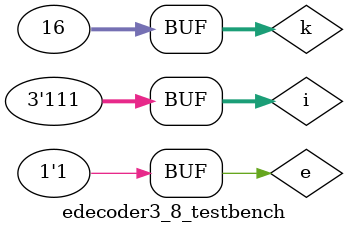
<source format=sv>
`timescale 1ps/1ps
module edecoder3_8(i, e, o);
	input logic [2:0] i;
	input logic e;
	output logic [7:0] o;
	
	logic noti2;
	not #50 n (noti2, i[2]);
	
	logic [7:0] t;
	edecoder2_4 ed0 (.i1(i[1]), .i0(i[0]), .e(noti2), .o0(t[0]), 
						  .o1(t[1]), .o2(t[2]), .o3(t[3]));
	edecoder2_4 ed1 (.i1(i[1]), .i0(i[0]), .e(i[2]), .o0(t[4]), 
						  .o1(t[5]), .o2(t[6]), .o3(t[7]));

	genvar k;
	generate
		for (k = 0; k < 8; k++) begin : eachAND
			and aGate (o[k], e, t[k]);
		end
	endgenerate
endmodule

module edecoder3_8_testbench();
	logic [2:0] i;
	logic e;
	logic [7:0] o;
	
	edecoder3_8 dut (.*);
	
	integer k;
	initial begin
		for(k = 0; k < 16; k++) begin
			{i, e} = k; #100;
		end
	end
endmodule
</source>
